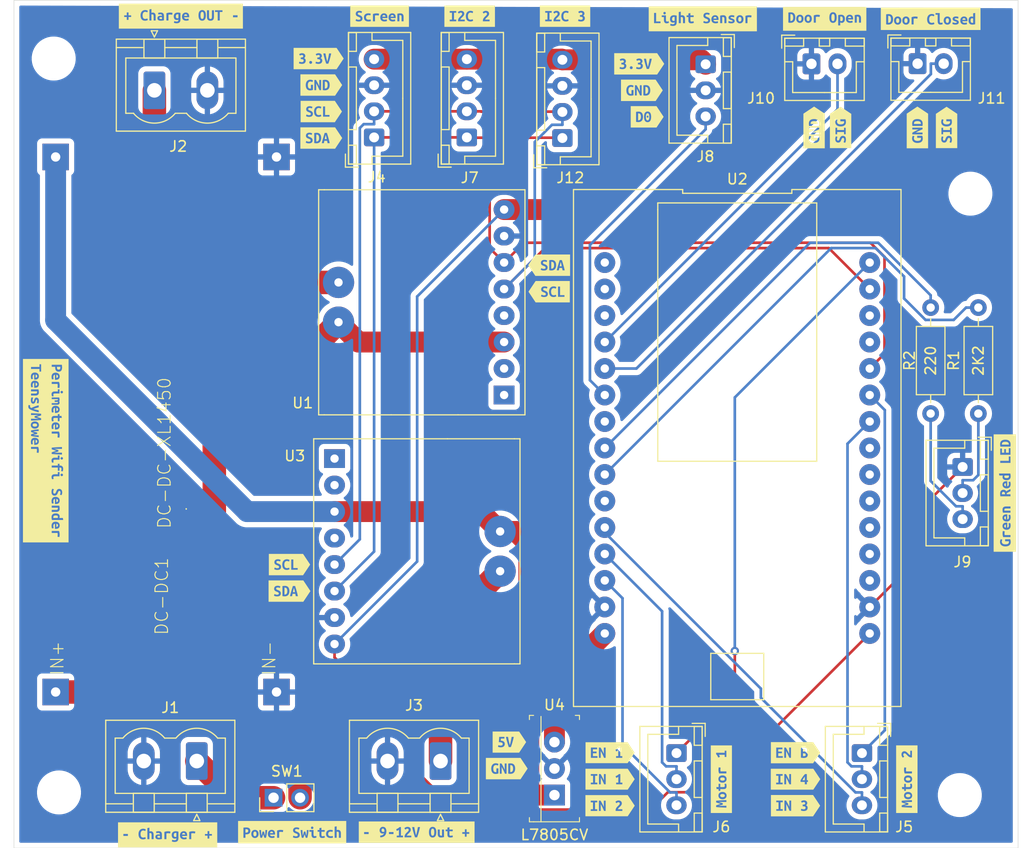
<source format=kicad_pcb>
(kicad_pcb (version 20211014) (generator pcbnew)
  (layers (0 "F.Cu" signal) (31 "B.Cu" signal) (34 "B.Paste" user) (35 "F.Paste" user) (36 "B.SilkS" user "B.Silkscreen") (37 "F.SilkS" user "F.Silkscreen") (38 "B.Mask" user) (39 "F.Mask" user) (44 "Edge.Cuts" user))
  (net 0 "")
  (net 4 "SDA")
  (net 5 "SCL")
  (net 6 "GND")
  (net 7 "+3V3")
  (net 8 "Enable_B")
  (net 9 "Input_4")
  (net 10 "Input_3")
  (net 11 "Enable_A")
  (net 12 "Input_1")
  (net 13 "Input_2")
  (net 14 "D0")
  (net 15 "Door_Closed")
  (net 16 "Door_Open")
  (net 17 "Net-(J1-Pad1)")
  (net 18 "Net-(DC-DC1-PadI+)")
  (net 19 "Net-(DC-DC1-PadO+)")
  (net 22 "Net-(J2-Pad1)")
  (net 25 "RED")
  (net 26 "Green")
  (net 27 "Net-(J3-Pad1)")
  (net 28 "Net-(J9-Pad2)")
  (net 29 "Net-(J9-Pad3)")
  (net 42 "Net-(U2-Pad15)")
  (footprint "Current_sense:INA226" (layer "F.Cu") (at 73.66 41.148 90)
    (fp_text reference "U1" (at -9.652 -11.684) (layer "F.SilkS"))
    (fp_text value "INA226-Sense_I2C")
    (pad "1" thru_hole rect locked (at -8.89 7.62 90) (size 1.8 2) (drill 0.8) (layers *.Cu *.Mask))
    (pad "2" thru_hole oval locked (at -6.35 7.62 90) (size 1.8 2) (drill 0.8) (layers *.Cu *.Mask))
    (pad "3" thru_hole oval locked (at -3.81 7.62 90) (size 1.8 2) (drill 0.8) (layers *.Cu *.Mask) (net 18 "Net-(DC-DC1-PadI+)"))
    (pad "4" thru_hole oval locked (at -1.27 7.62 90) (size 1.8 2) (drill 0.8) (layers *.Cu *.Mask))
    (pad "5" thru_hole oval locked (at 1.27 7.62 90) (size 1.8 2) (drill 0.8) (layers *.Cu *.Mask) (net 5 "SCL"))
    (pad "6" thru_hole oval locked (at 3.81 7.62 90) (size 1.8 2) (drill 0.8) (layers *.Cu *.Mask) (net 4 "SDA"))
    (pad "7" thru_hole oval locked (at 6.35 7.62 90) (size 1.8 2) (drill 0.8) (layers *.Cu *.Mask) (net 6 "GND"))
    (pad "8" thru_hole oval locked (at 8.89 7.62 90) (size 1.8 2) (drill 0.8) (layers *.Cu *.Mask) (net 7 "+3V3"))
    (pad "9" thru_hole oval locked (at -1.905 -8.255 90) (size 3 3) (drill 0.8) (layers *.Cu *.Mask) (net 18 "Net-(DC-DC1-PadI+)"))
    (pad "10" thru_hole oval locked (at 1.905 -8.255 90) (size 3 3) (drill 0.8) (layers *.Cu *.Mask) (net 22 "Net-(J2-Pad1)"))
  )
  (footprint "kibuzzard-6384E189" (layer "F.Cu") (at 91.44 89.408)
    (fp_text reference "kibuzzard-6384E189" hide)
    (fp_text value "G***" hide)
  )
  (footprint "kibuzzard-6384E173" (layer "F.Cu") (at 91.44 86.868)
    (fp_text reference "kibuzzard-6384E173" hide)
    (fp_text value "G***" hide)
  )
  (footprint "Connector_JST:JST_XH_B2B-XH-A_1x02_P2.50mm_Vertical" (layer "F.Cu") (at 110.744 18.288)
    (fp_text reference "J10" (at -4.826 3.302) (layer "F.SilkS"))
    (fp_text value "Door_Open" hide)
    (pad "1" thru_hole roundrect locked (at 0 0) (size 1.7 2) (drill 1) (layers *.Cu *.Mask) (roundrect_rratio 0.1470588235) (net 6 "GND"))
    (pad "2" thru_hole oval locked (at 2.5 0) (size 1.7 2) (drill 1) (layers *.Cu *.Mask) (net 16 "Door_Open"))
  )
  (footprint "kibuzzard-6384E79B" (layer "F.Cu") (at 94.488 20.828)
    (fp_text reference "kibuzzard-6384E79B" hide)
    (fp_text value "G***" hide)
  )
  (footprint "kibuzzard-6384E6B7" (layer "F.Cu") (at 87.122 13.716)
    (fp_text reference "kibuzzard-6384E6B7" hide)
    (fp_text value "G***" hide)
  )
  (footprint "kibuzzard-6384E924" (layer "F.Cu") (at 85.598 37.592)
    (fp_text reference "kibuzzard-6384E924" hide)
    (fp_text value "G***" hide)
  )
  (footprint "Connector_JST:JST_XH_B3B-XH-A_1x03_P2.50mm_Vertical" (layer "F.Cu") (at 125.239 56.936 -90)
    (fp_text reference "J9" (at 9.104 0.017) (layer "F.SilkS"))
    (fp_text value "Green_Red_Led" hide)
    (pad "1" thru_hole roundrect locked (at 0 0 270) (size 1.7 1.95) (drill 0.95) (layers *.Cu *.Mask) (roundrect_rratio 0.1470588235) (net 6 "GND"))
    (pad "2" thru_hole oval locked (at 2.5 0 270) (size 1.7 1.95) (drill 0.95) (layers *.Cu *.Mask) (net 28 "Net-(J9-Pad2)"))
    (pad "3" thru_hole oval locked (at 5 0 270) (size 1.7 1.95) (drill 0.95) (layers *.Cu *.Mask) (net 29 "Net-(J9-Pad3)"))
  )
  (footprint "kibuzzard-6384E652" (layer "F.Cu") (at 69.342 13.716)
    (fp_text reference "kibuzzard-6384E652" hide)
    (fp_text value "G***" hide)
  )
  (footprint "kibuzzard-6384E151" (layer "F.Cu") (at 91.44 84.328)
    (fp_text reference "kibuzzard-6384E151" hide)
    (fp_text value "G***" hide)
  )
  (footprint "Connector_PinHeader_2.54mm:PinHeader_1x02_P2.54mm_Vertical" (layer "F.Cu") (at 59.177 88.646 90)
    (fp_text reference "SW1" (at 2.54 1.275) (layer "F.SilkS"))
    (fp_text value "PowerSwitch" hide)
    (pad "1" thru_hole rect locked (at 0 0 90) (size 1.7 1.7) (drill 1) (layers *.Cu *.Mask) (net 17 "Net-(J1-Pad1)"))
    (pad "2" thru_hole oval locked (at 0 2.54 90) (size 1.7 1.7) (drill 1) (layers *.Cu *.Mask) (net 18 "Net-(DC-DC1-PadI+)"))
  )
  (footprint "kibuzzard-6384E22C" (layer "F.Cu") (at 119.888 86.868 90)
    (fp_text reference "kibuzzard-6384E22C" hide)
    (fp_text value "G***" hide)
  )
  (footprint "kibuzzard-63A206E8" (layer "F.Cu") (at 81.534 85.852)
    (fp_text reference "kibuzzard-63A206E8" hide)
    (fp_text value "G***" hide)
  )
  (footprint "kibuzzard-6384E93F" (layer "F.Cu") (at 85.598 40.132)
    (fp_text reference "kibuzzard-6384E93F" hide)
    (fp_text value "G***" hide)
  )
  (footprint "kibuzzard-6384DFD2" (layer "F.Cu") (at 72.898 91.948)
    (fp_text reference "kibuzzard-6384DFD2" hide)
    (fp_text value "G***" hide)
  )
  (footprint "kibuzzard-63A20733" (layer "F.Cu") (at 81.788 83.312)
    (fp_text reference "kibuzzard-63A20733" hide)
    (fp_text value "G***" hide)
  )
  (footprint "MountingHole:MountingHole_3.2mm_M3" (layer "F.Cu") (at 38.608 88.138)
    (fp_text reference "H2" hide)
    (fp_text value "MountingHole")
    (pad "" np_thru_hole circle locked (at 0 0) (size 3.2 3.2) (drill 3.2) (layers *.Cu *.Mask))
  )
  (footprint "Resistor_THT:R_Axial_DIN0207_L6.3mm_D2.5mm_P10.16mm_Horizontal" (layer "F.Cu") (at 126.746 51.816 90)
    (fp_text reference "R1" (at 5.08 -2.37 90) (layer "F.SilkS"))
    (fp_text value "2K2" (at 5.08 0 90) (layer "F.SilkS"))
    (pad "1" thru_hole circle locked (at 0 0 90) (size 1.6 1.6) (drill 0.8) (layers *.Cu *.Mask) (net 28 "Net-(J9-Pad2)"))
    (pad "2" thru_hole oval locked (at 10.16 0 90) (size 1.6 1.6) (drill 0.8) (layers *.Cu *.Mask) (net 25 "RED"))
  )
  (footprint "Zimprich:DCDC-XL1450" (layer "F.Cu") (at 50.8 60.96 90)
    (fp_text reference "DC-DC1" (at -4.572 -3.048 90) (layer "F.SilkS") (effects (font (size 1.2065 1.2065) (thickness 0.1016)) (justify right top)))
    (fp_text value "DC-DC-XL1450" (at 12.7 -2.794 90) (layer "F.SilkS") (effects (font (size 1.2065 1.2065) (thickness 0.1016)) (justify right top)))
    (fp_text user "IN+" (at -16.05 -11.65 90) (layer "F.SilkS") (effects (font (size 1.2065 1.2065) (thickness 0.1016)) (justify left bottom)))
    (fp_text user "IN-" (at -16.05 8.66 90) (layer "F.SilkS") (effects (font (size 1.2065 1.2065) (thickness 0.1016)) (justify left bottom)))
    (pad "I+" thru_hole rect locked (at -17.55 -12.515 90) (size 2.54 2.54) (drill 0.9) (layers *.Cu *.Mask) (net 18 "Net-(DC-DC1-PadI+)"))
    (pad "I-" thru_hole rect locked (at -17.55 8.66 90) (size 2.54 2.54) (drill 0.9) (layers *.Cu *.Mask) (net 6 "GND"))
    (pad "O+" thru_hole rect locked (at 33.745 -12.515 90) (size 2.54 2.54) (drill 0.9) (layers *.Cu *.Mask) (net 19 "Net-(DC-DC1-PadO+)"))
    (pad "O-" thru_hole rect locked (at 33.745 8.66 90) (size 2.54 2.54) (drill 0.9) (layers *.Cu *.Mask) (net 6 "GND"))
  )
  (footprint "kibuzzard-6384DEE7" (layer "F.Cu") (at 49.022 92.202)
    (fp_text reference "kibuzzard-6384DEE7" hide)
    (fp_text value "G***" hide)
  )
  (footprint "Connector_JST:JST_XH_B4B-XH-A_1x04_P2.50mm_Vertical" (layer "F.Cu") (at 86.868 25.4 90)
    (fp_text reference "J12" (at -3.81 0.762) (layer "F.SilkS"))
    (fp_text value "I2C_3")
    (pad "1" thru_hole roundrect locked (at 0 0 90) (size 1.7 1.95) (drill 0.95) (layers *.Cu *.Mask) (roundrect_rratio 0.1470588235) (net 4 "SDA"))
    (pad "2" thru_hole oval locked (at 2.5 0 90) (size 1.7 1.95) (drill 0.95) (layers *.Cu *.Mask) (net 5 "SCL"))
    (pad "3" thru_hole oval locked (at 5 0 90) (size 1.7 1.95) (drill 0.95) (layers *.Cu *.Mask) (net 6 "GND"))
    (pad "4" thru_hole oval locked (at 7.5 0 90) (size 1.7 1.95) (drill 0.95) (layers *.Cu *.Mask) (net 7 "+3V3"))
  )
  (footprint "Current_sense:INA226" (layer "F.Cu") (at 72.644 65.024 -90)
    (fp_text reference "U3" (at -9.144 11.43) (layer "F.SilkS"))
    (fp_text value "INA226-Sense_I2C")
    (pad "1" thru_hole rect locked (at -8.89 7.62 270) (size 1.8 2) (drill 0.8) (layers *.Cu *.Mask))
    (pad "2" thru_hole oval locked (at -6.35 7.62 270) (size 1.8 2) (drill 0.8) (layers *.Cu *.Mask))
    (pad "3" thru_hole oval locked (at -3.81 7.62 270) (size 1.8 2) (drill 0.8) (layers *.Cu *.Mask) (net 19 "Net-(DC-DC1-PadO+)"))
    (pad "4" thru_hole oval locked (at -1.27 7.62 270) (size 1.8 2) (drill 0.8) (layers *.Cu *.Mask))
    (pad "5" thru_hole oval locked (at 1.27 7.62 270) (size 1.8 2) (drill 0.8) (layers *.Cu *.Mask) (net 5 "SCL"))
    (pad "6" thru_hole oval locked (at 3.81 7.62 270) (size 1.8 2) (drill 0.8) (layers *.Cu *.Mask) (net 4 "SDA"))
    (pad "7" thru_hole oval locked (at 6.35 7.62 270) (size 1.8 2) (drill 0.8) (layers *.Cu *.Mask) (net 6 "GND"))
    (pad "8" thru_hole oval locked (at 8.89 7.62 270) (size 1.8 2) (drill 0.8) (layers *.Cu *.Mask) (net 7 "+3V3"))
    (pad "9" thru_hole oval locked (at -1.905 -8.255 270) (size 3 3) (drill 0.8) (layers *.Cu *.Mask) (net 19 "Net-(DC-DC1-PadO+)"))
    (pad "10" thru_hole oval locked (at 1.905 -8.255 270) (size 3 3) (drill 0.8) (layers *.Cu *.Mask) (net 27 "Net-(J3-Pad1)"))
  )
  (footprint "kibuzzard-6384E1E3" (layer "F.Cu") (at 109.22 89.408)
    (fp_text reference "kibuzzard-6384E1E3" hide)
    (fp_text value "G***" hide)
  )
  (footprint "teensy_library-master:ESP32-DEVKIT-V1" (layer "F.Cu") (at 103.632 55.118 -90)
    (fp_text reference "U2" (at -25.78 0) (layer "F.SilkS"))
    (fp_text value "ESP32-DEVKIT-V1")
    (pad "1" thru_hole circle locked (at -17.78 12.7 270) (size 2 2) (drill 0.8) (layers *.Cu *.Mask))
    (pad "2" thru_hole circle locked (at -15.24 12.7 270) (size 2 2) (drill 0.8) (layers *.Cu *.Mask))
    (pad "3" thru_hole circle locked (at -12.7 12.7 270) (size 2 2) (drill 0.8) (layers *.Cu *.Mask))
    (pad "4" thru_hole circle locked (at -10.16 12.7 270) (size 2 2) (drill 0.8) (layers *.Cu *.Mask) (net 16 "Door_Open"))
    (pad "5" thru_hole circle locked (at -7.62 12.7 270) (size 2 2) (drill 0.8) (layers *.Cu *.Mask) (net 15 "Door_Closed"))
    (pad "6" thru_hole circle locked (at -5.08 12.7 270) (size 2 2) (drill 0.8) (layers *.Cu *.Mask) (net 14 "D0"))
    (pad "7" thru_hole circle locked (at -2.54 12.7 270) (size 2 2) (drill 0.8) (layers *.Cu *.Mask))
    (pad "8" thru_hole circle locked (at 0 12.7 270) (size 2 2) (drill 0.8) (layers *.Cu *.Mask) (net 26 "Green"))
    (pad "9" thru_hole circle locked (at 2.54 12.7 270) (size 2 2) (drill 0.8) (layers *.Cu *.Mask) (net 25 "RED"))
    (pad "10" thru_hole circle locked (at 5.08 12.7 270) (size 2 2) (drill 0.8) (layers *.Cu *.Mask))
    (pad "11" thru_hole circle locked (at 7.62 12.7 270) (size 2 2) (drill 0.8) (layers *.Cu *.Mask) (net 10 "Input_3"))
    (pad "12" thru_hole circle locked (at 10.16 12.7 270) (size 2 2) (drill 0.8) (layers *.Cu *.Mask) (net 12 "Input_1"))
    (pad "13" thru_hole circle locked (at 12.7 12.7 270) (size 2 2) (drill 0.8) (layers *.Cu *.Mask) (net 13 "Input_2"))
    (pad "14" thru_hole circle locked (at 15.24 12.7 270) (size 2 2) (drill 0.8) (layers *.Cu *.Mask) (net 6 "GND"))
    (pad "15" thru_hole circle locked (at 17.78 12.7 270) (size 2 2) (drill 0.8) (layers *.Cu *.Mask) (net 42 "Net-(U2-Pad15)"))
    (pad "16" thru_hole circle locked (at 17.78 -12.7 270) (size 2 2) (drill 0.8) (layers *.Cu *.Mask) (net 7 "+3V3"))
    (pad "17" thru_hole circle locked (at 15.24 -12.7 270) (size 2 2) (drill 0.8) (layers *.Cu *.Mask) (net 6 "GND"))
    (pad "18" thru_hole circle locked (at 12.7 -12.7 270) (size 2 2) (drill 0.8) (layers *.Cu *.Mask))
    (pad "19" thru_hole circle locked (at 10.16 -12.7 270) (size 2 2) (drill 0.8) (layers *.Cu *.Mask))
    (pad "20" thru_hole circle locked (at 7.62 -12.7 270) (size 2 2) (drill 0.8) (layers *.Cu *.Mask))
    (pad "21" thru_hole circle locked (at 5.08 -12.7 270) (size 2 2) (drill 0.8) (layers *.Cu *.Mask))
    (pad "22" thru_hole circle locked (at 2.54 -12.7 270) (size 2 2) (drill 0.8) (layers *.Cu *.Mask))
    (pad "23" thru_hole circle locked (at 0 -12.7 270) (size 2 2) (drill 0.8) (layers *.Cu *.Mask))
    (pad "24" thru_hole circle locked (at -2.54 -12.7 270) (size 2 2) (drill 0.8) (layers *.Cu *.Mask) (net 9 "Input_4"))
    (pad "25" thru_hole circle locked (at -5.08 -12.7 270) (size 2 2) (drill 0.8) (layers *.Cu *.Mask) (net 8 "Enable_B"))
    (pad "26" thru_hole circle locked (at -7.62 -12.7 270) (size 2 2) (drill 0.8) (layers *.Cu *.Mask) (net 4 "SDA"))
    (pad "27" thru_hole circle locked (at -10.16 -12.7 270) (size 2 2) (drill 0.8) (layers *.Cu *.Mask))
    (pad "28" thru_hole circle locked (at -12.7 -12.7 270) (size 2 2) (drill 0.8) (layers *.Cu *.Mask))
    (pad "29" thru_hole circle locked (at -15.24 -12.7 270) (size 2 2) (drill 0.8) (layers *.Cu *.Mask) (net 5 "SCL"))
    (pad "30" thru_hole circle locked (at -17.78 -12.7 270) (size 2 2) (drill 0.8) (layers *.Cu *.Mask) (net 11 "Enable_A"))
  )
  (footprint "kibuzzard-6384E6E7" (layer "F.Cu") (at 63.754 20.32)
    (fp_text reference "kibuzzard-6384E6E7" hide)
    (fp_text value "G***" hide)
  )
  (footprint "kibuzzard-6384E7D3" (layer "F.Cu") (at 112.014 13.97)
    (fp_text reference "kibuzzard-6384E7D3" hide)
    (fp_text value "G***" hide)
  )
  (footprint "kibuzzard-6384E802" (layer "F.Cu") (at 113.538 24.384 90)
    (fp_text reference "kibuzzard-6384E802" hide)
    (fp_text value "G***" hide)
  )
  (footprint "kibuzzard-6384E8E9" (layer "F.Cu") (at 129.286 59.436 90)
    (fp_text reference "kibuzzard-6384E8E9" hide)
    (fp_text value "G***" hide)
  )
  (footprint "kibuzzard-6384E78E" (layer "F.Cu") (at 94.234 18.288)
    (fp_text reference "kibuzzard-6384E78E" hide)
    (fp_text value "G***" hide)
  )
  (footprint "Connector_JST:JST_XH_B3B-XH-A_1x03_P2.50mm_Vertical" (layer "F.Cu") (at 115.587 84.368 -90)
    (fp_text reference "J5" (at 7.072 -4.047) (layer "F.SilkS"))
    (fp_text value "Motor_2" hide)
    (pad "1" thru_hole roundrect locked (at 0 0 270) (size 1.7 1.95) (drill 0.95) (layers *.Cu *.Mask) (roundrect_rratio 0.1470588235) (net 8 "Enable_B"))
    (pad "2" thru_hole oval locked (at 2.5 0 270) (size 1.7 1.95) (drill 0.95) (layers *.Cu *.Mask) (net 9 "Input_4"))
    (pad "3" thru_hole oval locked (at 5 0 270) (size 1.7 1.95) (drill 0.95) (layers *.Cu *.Mask) (net 10 "Input_3"))
  )
  (footprint "Connector_JST:JST_XH_B3B-XH-A_1x03_P2.50mm_Vertical" (layer "F.Cu") (at 97.807 84.368 -90)
    (fp_text reference "J6" (at 7.072 -4.301) (layer "F.SilkS"))
    (fp_text value "Motor_1" hide)
    (pad "1" thru_hole roundrect locked (at 0 0 270) (size 1.7 1.95) (drill 0.95) (layers *.Cu *.Mask) (roundrect_rratio 0.1470588235) (net 11 "Enable_A"))
    (pad "2" thru_hole oval locked (at 2.5 0 270) (size 1.7 1.95) (drill 0.95) (layers *.Cu *.Mask) (net 12 "Input_1"))
    (pad "3" thru_hole oval locked (at 5 0 270) (size 1.7 1.95) (drill 0.95) (layers *.Cu *.Mask) (net 13 "Input_2"))
  )
  (footprint "kibuzzard-6384E6FA" (layer "F.Cu") (at 63.754 22.86)
    (fp_text reference "kibuzzard-6384E6FA" hide)
    (fp_text value "G***" hide)
  )
  (footprint "Connector_JST:JST_XH_B4B-XH-A_1x04_P2.50mm_Vertical" (layer "F.Cu") (at 77.707 25.34 90)
    (fp_text reference "J7" (at -3.87 0.271) (layer "F.SilkS"))
    (fp_text value "I2C_2" hide)
    (pad "1" thru_hole roundrect locked (at 0 0 90) (size 1.7 1.95) (drill 0.95) (layers *.Cu *.Mask) (roundrect_rratio 0.1470588235) (net 4 "SDA"))
    (pad "2" thru_hole oval locked (at 2.5 0 90) (size 1.7 1.95) (drill 0.95) (layers *.Cu *.Mask) (net 5 "SCL"))
    (pad "3" thru_hole oval locked (at 5 0 90) (size 1.7 1.95) (drill 0.95) (layers *.Cu *.Mask) (net 6 "GND"))
    (pad "4" thru_hole oval locked (at 7.5 0 90) (size 1.7 1.95) (drill 0.95) (layers *.Cu *.Mask) (net 7 "+3V3"))
  )
  (footprint "kibuzzard-6384E969" (layer "F.Cu") (at 60.706 68.834)
    (fp_text reference "kibuzzard-6384E969" hide)
    (fp_text value "G***" hide)
  )
  (footprint "Connector_JST:JST_XH_B4B-XH-A_1x04_P2.50mm_Vertical" (layer "F.Cu") (at 68.817 25.34 90)
    (fp_text reference "J4" (at -3.81 0.254) (layer "F.SilkS"))
    (fp_text value "Screen (I2C)" hide)
    (pad "1" thru_hole roundrect locked (at 0 0 90) (size 1.7 1.95) (drill 0.95) (layers *.Cu *.Mask) (roundrect_rratio 0.1470588235) (net 4 "SDA"))
    (pad "2" thru_hole oval locked (at 2.5 0 90) (size 1.7 1.95) (drill 0.95) (layers *.Cu *.Mask) (net 5 "SCL"))
    (pad "3" thru_hole oval locked (at 5 0 90) (size 1.7 1.95) (drill 0.95) (layers *.Cu *.Mask) (net 6 "GND"))
    (pad "4" thru_hole oval locked (at 7.5 0 90) (size 1.7 1.95) (drill 0.95) (layers *.Cu *.Mask) (net 7 "+3V3"))
  )
  (footprint "kibuzzard-6384E847" (layer "F.Cu") (at 122.174 13.97)
    (fp_text reference "kibuzzard-6384E847" hide)
    (fp_text value "G***" hide)
  )
  (footprint "Connector_Phoenix_MSTB:PhoenixContact_MSTBVA_2,5_2-G-5,08_1x02_P5.08mm_Vertical" (layer "F.Cu") (at 47.752 20.828)
    (fp_text reference "J2" (at 2.286 5.3735) (layer "F.SilkS"))
    (fp_text value "Charge Out" hide)
    (pad "1" thru_hole roundrect locked (at 0 0) (size 2.08 3.6) (drill 1.4) (layers *.Cu *.Mask) (roundrect_rratio 0.1201918269) (net 22 "Net-(J2-Pad1)"))
    (pad "2" thru_hole oval locked (at 5.08 0) (size 2.08 3.6) (drill 1.4) (layers *.Cu *.Mask) (net 6 "GND"))
  )
  (footprint "MountingHole:MountingHole_3.2mm_M3" (layer "F.Cu") (at 38.1 17.78)
    (fp_text reference "H4" hide)
    (fp_text value "MountingHole")
    (pad "" np_thru_hole circle locked (at 0 0) (size 3.2 3.2) (drill 3.2) (layers *.Cu *.Mask))
  )
  (footprint "kibuzzard-6384E95B" (layer "F.Cu") (at 60.706 66.294)
    (fp_text reference "kibuzzard-6384E95B" hide)
    (fp_text value "G***" hide)
  )
  (footprint "kibuzzard-6384E7EC" (layer "F.Cu") (at 110.998 24.384 90)
    (fp_text reference "kibuzzard-6384E7EC" hide)
    (fp_text value "G***" hide)
  )
  (footprint "MountingHole:MountingHole_3.2mm_M3" (layer "F.Cu") (at 124.968 88.392)
    (fp_text reference "H1" hide)
    (fp_text value "MountingHole")
    (pad "" np_thru_hole circle locked (at 0 0) (size 3.2 3.2) (drill 3.2) (layers *.Cu *.Mask))
  )
  (footprint "kibuzzard-6384E1F1" (layer "F.Cu") (at 109.22 86.868)
    (fp_text reference "kibuzzard-6384E1F1" hide)
    (fp_text value "G***" hide)
  )
  (footprint "Connector_Phoenix_MSTB:PhoenixContact_MSTBVA_2,5_2-G-5,08_1x02_P5.08mm_Vertical" (layer "F.Cu") (at 51.816 85.1295 180)
    (fp_text reference "J1" (at 2.54 5.1195) (layer "F.SilkS"))
    (fp_text value "Charger" hide)
    (pad "1" thru_hole roundrect locked (at 0 0 180) (size 2.08 3.6) (drill 1.4) (layers *.Cu *.Mask) (roundrect_rratio 0.1201918269) (net 17 "Net-(J1-Pad1)"))
    (pad "2" thru_hole oval locked (at 5.08 0 180) (size 2.08 3.6) (drill 1.4) (layers *.Cu *.Mask) (net 6 "GND"))
  )
  (footprint "Connector_Phoenix_MSTB:PhoenixContact_MSTBVA_2,5_2-G-5,08_1x02_P5.08mm_Vertical" (layer "F.Cu") (at 75.184 85.1295 180)
    (fp_text reference "J3" (at 2.54 5.334 180) (layer "F.SilkS"))
    (fp_text value "9-12V Out" hide)
    (pad "1" thru_hole roundrect locked (at 0 0 180) (size 2.08 3.6) (drill 1.4) (layers *.Cu *.Mask) (roundrect_rratio 0.1201918269) (net 27 "Net-(J3-Pad1)"))
    (pad "2" thru_hole oval locked (at 5.08 0 180) (size 2.08 3.6) (drill 1.4) (layers *.Cu *.Mask) (net 6 "GND"))
  )
  (footprint "kibuzzard-6384E6DA" (layer "F.Cu") (at 63.5 17.78)
    (fp_text reference "kibuzzard-6384E6DA" hide)
    (fp_text value "G***" hide)
  )
  (footprint "Resistor_THT:R_Axial_DIN0207_L6.3mm_D2.5mm_P10.16mm_Horizontal" (layer "F.Cu") (at 122.174 51.816 90)
    (fp_text reference "R2" (at 5.08 -2.032 90) (layer "F.SilkS"))
    (fp_text value "220" (at 5.08 0 90) (layer "F.SilkS"))
    (pad "1" thru_hole circle locked (at 0 0 90) (size 1.6 1.6) (drill 0.8) (layers *.Cu *.Mask) (net 29 "Net-(J9-Pad3)"))
    (pad "2" thru_hole oval locked (at 10.16 0 90) (size 1.6 1.6) (drill 0.8) (layers *.Cu *.Mask) (net 26 "Green"))
  )
  (footprint "Connector_JST:JST_XH_B3B-XH-A_1x03_P2.50mm_Vertical" (layer "F.Cu") (at 100.601 18.328 -90)
    (fp_text reference "J8" (at 8.85 0.017 -180) (layer "F.SilkS"))
    (fp_text value "Light Sensor" hide)
    (pad "1" thru_hole roundrect locked (at 0 0 270) (size 1.7 1.95) (drill 0.95) (layers *.Cu *.Mask) (roundrect_rratio 0.1470588235) (net 7 "+3V3"))
    (pad "2" thru_hole oval locked (at 2.5 0 270) (size 1.7 1.95) (drill 0.95) (layers *.Cu *.Mask) (net 6 "GND"))
    (pad "3" thru_hole oval locked (at 5 0 270) (size 1.7 1.95) (drill 0.95) (layers *.Cu *.Mask) (net 14 "D0"))
  )
  (footprint "kibuzzard-6384E779" (layer "F.Cu") (at 100.33 13.97)
    (fp_text reference "kibuzzard-6384E779" hide)
    (fp_text value "G***" hide)
  )
  (footprint "kibuzzard-6384E6A4" (layer "F.Cu") (at 77.978 13.716)
    (fp_text reference "kibuzzard-6384E6A4" hide)
    (fp_text value "G***" hide)
  )
  (footprint "digikey-footprints:TO-220-3" (layer "F.Cu") (at 86.106 88.392 90)
    (fp_text reference "U4" (at 8.636 0) (layer "F.SilkS"))
    (fp_text value "L7805CV" (at -3.81 0) (layer "F.SilkS"))
    (pad "1" thru_hole rect locked (at 0 0 90) (size 2 2) (drill 1) (layers *.Cu *.Mask) (net 19 "Net-(DC-DC1-PadO+)"))
    (pad "2" thru_hole circle locked (at 2.54 0 90) (size 2 2) (drill 1) (layers *.Cu *.Mask) (net 6 "GND"))
    (pad "3" thru_hole circle locked (at 5.08 0 90) (size 2 2) (drill 1) (layers *.Cu *.Mask) (net 42 "Net-(U2-Pad15)"))
  )
  (footprint "kibuzzard-6384E214" (layer "F.Cu") (at 109.22 84.328)
    (fp_text reference "kibuzzard-6384E214" hide)
    (fp_text value "G***" hide)
  )
  (footprint "kibuzzard-6384E880" (layer "F.Cu") (at 123.698 24.384 90)
    (fp_text reference "kibuzzard-6384E880" hide)
    (fp_text value "G***" hide)
  )
  (footprint "kibuzzard-6384E007" (layer "F.Cu") (at 102.108 86.868 90)
    (fp_text reference "kibuzzard-6384E007" hide)
    (fp_text value "G***" hide)
  )
  (footprint "kibuzzard-6384DF75" (layer "F.Cu") (at 60.96 91.948)
    (fp_text reference "kibuzzard-6384DF75" hide)
    (fp_text value "G***" hide)
  )
  (footprint "kibuzzard-6384E7AB" (layer "F.Cu") (at 94.996 23.368)
    (fp_text reference "kibuzzard-6384E7AB" hide)
    (fp_text value "G***" hide)
  )
  (footprint "kibuzzard-6384E870" (layer "F.Cu") (at 120.904 24.384 90)
    (fp_text reference "kibuzzard-6384E870" hide)
    (fp_text value "G***" hide)
  )
  (footprint "kibuzzard-642943C6" (layer "F.Cu") (at 50.292 13.716)
    (fp_text reference "kibuzzard-642943C6" hide)
    (fp_text value "G***" hide)
  )
  (footprint "kibuzzard-63696024" (layer "F.Cu") (at 37.338 55.372 -90)
    (fp_text reference "kibuzzard-63696024" hide)
    (fp_text value "G***" hide)
  )
  (footprint "MountingHole:MountingHole_3.2mm_M3" (layer "F.Cu") (at 125.984 30.734)
    (fp_text reference "H3" hide)
    (fp_text value "MountingHole")
    (pad "" np_thru_hole circle locked (at 0 0) (size 3.2 3.2) (drill 3.2) (layers *.Cu *.Mask))
  )
  (footprint "Connector_JST:JST_XH_B2B-XH-A_1x02_P2.50mm_Vertical" (layer "F.Cu") (at 120.924 18.271)
    (fp_text reference "J11" (at 7.092 3.319) (layer "F.SilkS"))
    (fp_text value "Door_Closed" hide)
    (pad "1" thru_hole roundrect locked (at 0 0) (size 1.7 2) (drill 1) (layers *.Cu *.Mask) (roundrect_rratio 0.1470588235) (net 6 "GND"))
    (pad "2" thru_hole oval locked (at 2.5 0) (size 1.7 2) (drill 1) (layers *.Cu *.Mask) (net 15 "Door_Closed"))
  )
  (footprint "kibuzzard-6384E711" (layer "F.Cu") (at 63.754 25.4)
    (fp_text reference "kibuzzard-6384E711" hide)
    (fp_text value "G***" hide)
  )
  (gr_rect (start 34.29 12.192) (end 130.556 93.472) (layer "Edge.Cuts") (width 0.05) (fill none))
  (segment (start 81.28 37.338) (end 83.1798 35.4382) (width 0.254) (layer "F.Cu") (net 4))
  (segment (start 116.3941 35.4382) (end 117.7493 36.7934) (width 0.254) (layer "F.Cu") (net 4))
  (segment (start 79.8936 25.37) (end 79.8936 35.9516) (width 0.254) (layer "F.Cu") (net 4))
  (segment (start 117.7493 46.0807) (end 116.332 47.498) (width 0.254) (layer "F.Cu") (net 4))
  (segment (start 83.1798 35.4382) (end 116.3941 35.4382) (width 0.254) (layer "F.Cu") (net 4))
  (segment (start 68.817 25.34) (end 77.707 25.34) (width 0.254) (layer "F.Cu") (net 4))
  (segment (start 86.838 25.37) (end 79.8936 25.37) (width 0.254) (layer "F.Cu") (net 4))
  (segment (start 77.737 25.37) (end 77.707 25.34) (width 0.254) (layer "F.Cu") (net 4))
  (segment (start 117.7493 36.7934) (end 117.7493 46.0807) (width 0.254) (layer "F.Cu") (net 4))
  (segment (start 79.8936 35.9516) (end 81.28 37.338) (width 0.254) (layer "F.Cu") (net 4))
  (segment (start 79.8936 25.37) (end 77.737 25.37) (width 0.254) (layer "F.Cu") (net 4))
  (segment (start 68.817 65.041) (end 68.817 25.34) (width 0.254) (layer "B.Cu") (net 4))
  (segment (start 65.024 68.834) (end 68.817 65.041) (width 0.254) (layer "B.Cu") (net 4))
  (segment (start 116.332 39.878) (end 112.4064 35.9524) (width 0.254) (layer "F.Cu") (net 5))
  (segment (start 77.707 22.84) (end 79.0633 22.84) (width 0.254) (layer "F.Cu") (net 5))
  (segment (start 112.4064 35.9524) (end 85.2056 35.9524) (width 0.254) (layer "F.Cu") (net 5))
  (segment (start 68.817 22.84) (end 77.707 22.84) (width 0.254) (layer "F.Cu") (net 5))
  (segment (start 86.838 22.87) (end 79.0933 22.87) (width 0.254) (layer "F.Cu") (net 5))
  (segment (start 79.0933 22.87) (end 79.0633 22.84) (width 0.254) (layer "F.Cu") (net 5))
  (segment (start 85.2056 35.9524) (end 81.28 39.878) (width 0.254) (layer "F.Cu") (net 5))
  (segment (start 68.817 22.84) (end 68.817 24.0713) (width 0.254) (layer "B.Cu") (net 5))
  (segment (start 86.868 22.9) (end 86.868 24.1313) (width 0.254) (layer "B.Cu") (net 5))
  (segment (start 68.817 24.0713) (end 67.8166 24.0713) (width 0.254) (layer "B.Cu") (net 5))
  (segment (start 85.8676 24.1313) (end 84.2192 25.7797) (width 0.254) (layer "B.Cu") (net 5))
  (segment (start 67.447 63.871) (end 65.024 66.294) (width 0.254) (layer "B.Cu") (net 5))
  (segment (start 67.447 24.4409) (end 67.447 63.871) (width 0.254) (layer "B.Cu") (net 5))
  (segment (start 84.2192 36.9388) (end 81.28 39.878) (width 0.254) (layer "B.Cu") (net 5))
  (segment (start 86.868 24.1313) (end 85.8676 24.1313) (width 0.254) (layer "B.Cu") (net 5))
  (segment (start 84.2192 25.7797) (end 84.2192 36.9388) (width 0.254) (layer "B.Cu") (net 5))
  (segment (start 67.8166 24.0713) (end 67.447 24.4409) (width 0.254) (layer "B.Cu") (net 5))
  (segment (start 121.0424 65.6476) (end 116.332 70.358) (width 0.254) (layer "F.Cu") (net 6))
  (segment (start 125.239 56.936) (end 121.0424 61.1326) (width 0.254) (layer "F.Cu") (net 6))
  (segment (start 121.0424 61.1326) (end 121.0424 65.6476) (width 0.254) (layer "F.Cu") (net 6))
  (segment (start 87.3646 20.4) (end 86.868 20.4) (width 0.254) (layer "B.Cu") (net 6))
  (segment (start 68.817 17.84) (end 77.707 17.84) (width 2) (layer "F.Cu") (net 7))
  (segment (start 65.024 75.1953) (end 72.412 82.5833) (width 0.254) (layer "F.Cu") (net 7))
  (segment (start 86.868 17.9) (end 91.828 17.9) (width 2) (layer "F.Cu") (net 7))
  (segment (start 72.412 85.6217) (end 76.572 89.7817) (width 0.254) (layer "F.Cu") (net 7))
  (segment (start 91.828 28.314) (end 87.884 32.258) (width 2) (layer "F.Cu") (net 7))
  (segment (start 91.828 17.9) (end 100.173 17.9) (width 2) (layer "F.Cu") (net 7))
  (segment (start 96.9778 88.118) (end 101.112 88.118) (width 0.254) (layer "F.Cu") (net 7))
  (segment (start 65.024 73.914) (end 65.024 75.1953) (width 0.254) (layer "F.Cu") (net 7))
  (segment (start 76.572 89.7817) (end 95.3141 89.7817) (width 0.254) (layer "F.Cu") (net 7))
  (segment (start 91.828 17.9) (end 91.828 28.314) (width 2) (layer "F.Cu") (net 7))
  (segment (start 72.412 82.5833) (end 72.412 85.6217) (width 0.254) (layer "F.Cu") (net 7))
  (segment (start 101.112 88.118) (end 116.332 72.898) (width 0.254) (layer "F.Cu") (net 7))
  (segment (start 100.173 17.9) (end 100.601 18.328) (width 2) (layer "F.Cu") (net 7))
  (segment (start 87.884 32.258) (end 81.28 32.258) (width 2) (layer "F.Cu") (net 7))
  (segment (start 77.707 17.84) (end 86.808 17.84) (width 2) (layer "F.Cu") (net 7))
  (segment (start 86.808 17.84) (end 86.868 17.9) (width 2) (layer "F.Cu") (net 7))
  (segment (start 95.3141 89.7817) (end 96.9778 88.118) (width 0.254) (layer "F.Cu") (net 7))
  (segment (start 72.9432 40.5948) (end 72.9432 65.9948) (width 0.254) (layer "B.Cu") (net 7))
  (segment (start 81.28 32.258) (end 72.9432 40.5948) (width 0.254) (layer "B.Cu") (net 7))
  (segment (start 72.9432 65.9948) (end 65.024 73.914) (width 0.254) (layer "B.Cu") (net 7))
  (segment (start 117.778 82.177) (end 117.778 51.484) (width 0.254) (layer "B.Cu") (net 8))
  (segment (start 117.778 51.484) (end 116.332 50.038) (width 0.254) (layer "B.Cu") (net 8))
  (segment (start 115.587 84.368) (end 117.778 82.177) (width 0.254) (layer "B.Cu") (net 8))
  (segment (start 114.2024 54.7076) (end 116.332 52.578) (width 0.254) (layer "B.Cu") (net 9))
  (segment (start 115.587 85.6367) (end 114.5866 85.6367) (width 0.254) (layer "B.Cu") (net 9))
  (segment (start 114.2024 85.2525) (end 114.2024 54.7076) (width 0.254) (layer "B.Cu") (net 9))
  (segment (start 115.587 86.868) (end 115.587 85.6367) (width 0.254) (layer "B.Cu") (net 9))
  (segment (start 114.5866 85.6367) (end 114.2024 85.2525) (width 0.254) (layer "B.Cu") (net 9))
  (segment (start 90.932 63.2214) (end 105.8949 78.1843) (width 0.254) (layer "B.Cu") (net 10))
  (segment (start 114.9714 88.1367) (end 115.587 88.1367) (width 0.254) (layer "B.Cu") (net 10))
  (segment (start 105.8949 79.0602) (end 114.9714 88.1367) (width 0.254) (layer "B.Cu") (net 10))
  (segment (start 90.932 62.738) (end 90.932 63.2214) (width 0.254) (layer "B.Cu") (net 10))
  (segment (start 115.587 89.368) (end 115.587 88.1367) (width 0.254) (layer "B.Cu") (net 10))
  (segment (start 105.8949 78.1843) (end 105.8949 79.0602) (width 0.254) (layer "B.Cu") (net 10))
  (segment (start 103.397 78.778) (end 103.397 74.5817) (width 0.254) (layer "F.Cu") (net 11))
  (segment (start 97.807 84.368) (end 103.397 78.778) (width 0.254) (layer "F.Cu") (net 11))
  (via (at 103.397 74.5817) (size 0.8) (drill 0.4) (layers "F.Cu" "B.Cu") (net 11))
  (segment (start 103.397 50.273) (end 116.332 37.338) (width 0.254) (layer "B.Cu") (net 11))
  (segment (start 103.397 74.5817) (end 103.397 50.273) (width 0.254) (layer "B.Cu") (net 11))
  (segment (start 97.807 85.6367) (end 96.8066 85.6367) (width 0.254) (layer "B.Cu") (net 12))
  (segment (start 97.807 86.868) (end 97.807 85.6367) (width 0.254) (layer "B.Cu") (net 12))
  (segment (start 96.4269 70.7729) (end 90.932 65.278) (width 0.254) (layer "B.Cu") (net 12))
  (segment (start 96.4269 85.257) (end 96.4269 70.7729) (width 0.254) (layer "B.Cu") (net 12))
  (segment (start 96.8066 85.6367) (end 96.4269 85.257) (width 0.254) (layer "B.Cu") (net 12))
  (segment (start 92.6315 69.5175) (end 90.932 67.818) (width 0.254) (layer "B.Cu") (net 13))
  (segment (start 97.1914 88.1367) (end 92.6315 83.5768) (width 0.254) (layer "B.Cu") (net 13))
  (segment (start 97.807 89.368) (end 97.807 88.1367) (width 0.254) (layer "B.Cu") (net 13))
  (segment (start 92.6315 83.5768) (end 92.6315 69.5175) (width 0.254) (layer "B.Cu") (net 13))
  (segment (start 97.807 88.1367) (end 97.1914 88.1367) (width 0.254) (layer "B.Cu") (net 13))
  (segment (start 100.601 24.5593) (end 89.5088 35.6515) (width 0.254) (layer "B.Cu") (net 14))
  (segment (start 89.5088 48.6148) (end 90.932 50.038) (width 0.254) (layer "B.Cu") (net 14))
  (segment (start 100.601 23.328) (end 100.601 24.5593) (width 0.254) (layer "B.Cu") (net 14))
  (segment (start 89.5088 35.6515) (end 89.5088 48.6148) (width 0.254) (layer "B.Cu") (net 14))
  (segment (start 123.424 18.271) (end 122.1927 18.271) (width 0.254) (layer "B.Cu") (net 15))
  (segment (start 122.1927 18.271) (end 122.1927 19.2714) (width 0.254) (layer "B.Cu") (net 15))
  (segment (start 93.9661 47.498) (end 90.932 47.498) (width 0.254) (layer "B.Cu") (net 15))
  (segment (start 122.1927 19.2714) (end 93.9661 47.498) (width 0.254) (layer "B.Cu") (net 15))
  (segment (start 113.244 22.646) (end 113.244 18.288) (width 0.254) (layer "B.Cu") (net 16))
  (segment (start 90.932 44.958) (end 113.244 22.646) (width 0.254) (layer "B.Cu") (net 16))
  (segment (start 55.3325 88.646) (end 51.816 85.1295) (width 2.25) (layer "F.Cu") (net 17))
  (segment (start 59.177 88.646) (end 55.3325 88.646) (width 2.25) (layer "F.Cu") (net 17))
  (segment (start 53.498 54.96) (end 53.498 78.51) (width 2.25) (layer "F.Cu") (net 18))
  (segment (start 67.31 44.958) (end 65.405 43.053) (width 2) (layer "F.Cu") (net 18))
  (segment (start 53.498 78.51) (end 38.285 78.51) (width 2.25) (layer "F.Cu") (net 18))
  (segment (start 61.717 86.729) (end 53.498 78.51) (width 2.25) (layer "F.Cu") (net 18))
  (segment (start 61.717 88.646) (end 61.717 86.729) (width 2.25) (layer "F.Cu") (net 18))
  (segment (start 64.9288 43.5292) (end 53.498 54.96) (width 2.25) (layer "F.Cu") (net 18))
  (segment (start 81.28 44.958) (end 67.31 44.958) (width 2) (layer "F.Cu") (net 18))
  (segment (start 65.405 43.053) (end 64.9288 43.5292) (width 2.25) (layer "F.Cu") (net 18))
  (segment (start 83.6525 64.3485) (end 82.423 63.119) (width 2) (layer "F.Cu") (net 19))
  (segment (start 80.899 63.119) (end 78.994 61.214) (width 2) (layer "F.Cu") (net 19))
  (segment (start 82.423 63.119) (end 80.899 63.119) (width 2) (layer "F.Cu") (net 19))
  (segment (start 86.106 88.392) (end 84.199 88.392) (width 2) (layer "F.Cu") (net 19))
  (segment (start 78.994 61.214) (end 65.024 61.214) (width 2) (layer "F.Cu") (net 19))
  (segment (start 84.199 88.392) (end 83.6525 87.8455) (width 2) (layer "F.Cu") (net 19))
  (segment (start 83.6525 87.8455) (end 83.6525 64.3485) (width 2) (layer "F.Cu") (net 19))
  (segment (start 38.285 42.857) (end 38.285 27.215) (width 2) (layer "B.Cu") (net 19))
  (segment (start 65.024 61.214) (end 56.642 61.214) (width 2) (layer "B.Cu") (net 19))
  (segment (start 56.642 61.214) (end 38.285 42.857) (width 2) (layer "B.Cu") (net 19))
  (segment (start 65.405 39.243) (end 50.673 39.243) (width 2.25) (layer "F.Cu") (net 22))
  (segment (start 50.673 39.243) (end 47.752 36.322) (width 2.25) (layer "F.Cu") (net 22))
  (segment (start 47.752 36.322) (end 47.752 20.828) (width 2.25) (layer "F.Cu") (net 22))
  (segment (start 112.6399 35.9501) (end 116.8977 35.9501) (width 0.254) (layer "B.Cu") (net 25))
  (segment (start 90.932 57.658) (end 112.6399 35.9501) (width 0.254) (layer "B.Cu") (net 25))
  (segment (start 116.8977 35.9501) (end 119.6246 38.677) (width 0.254) (layer "B.Cu") (net 25))
  (segment (start 121.6807 42.8376) (end 124.3831 42.8376) (width 0.254) (layer "B.Cu") (net 25))
  (segment (start 126.746 41.656) (end 125.5647 41.656) (width 0.254) (layer "B.Cu") (net 25))
  (segment (start 119.6246 38.677) (end 119.6246 40.7815) (width 0.254) (layer "B.Cu") (net 25))
  (segment (start 119.6246 40.7815) (end 121.6807 42.8376) (width 0.254) (layer "B.Cu") (net 25))
  (segment (start 124.3831 42.8376) (end 125.5647 41.656) (width 0.254) (layer "B.Cu") (net 25))
  (segment (start 117.141 35.4417) (end 110.6083 35.4417) (width 0.254) (layer "B.Cu") (net 26))
  (segment (start 122.174 40.4747) (end 117.141 35.4417) (width 0.254) (layer "B.Cu") (net 26))
  (segment (start 122.174 41.656) (end 122.174 40.4747) (width 0.254) (layer "B.Cu") (net 26))
  (segment (start 110.6083 35.4417) (end 90.932 55.118) (width 0.254) (layer "B.Cu") (net 26))
  (segment (start 75.184 72.644) (end 80.899 66.929) (width 2.25) (layer "F.Cu") (net 27))
  (segment (start 75.184 85.1295) (end 75.184 72.644) (width 2.25) (layer "F.Cu") (net 27))
  (segment (start 126.746 57.7055) (end 126.2468 58.2047) (width 0.254) (layer "B.Cu") (net 28))
  (segment (start 126.746 51.816) (end 126.746 57.7055) (width 0.254) (layer "B.Cu") (net 28))
  (segment (start 126.2468 58.2047) (end 125.239 58.2047) (width 0.254) (layer "B.Cu") (net 28))
  (segment (start 125.239 59.436) (end 125.239 58.2047) (width 0.254) (layer "B.Cu") (net 28))
  (segment (start 124.6038 60.7047) (end 125.239 60.7047) (width 0.254) (layer "B.Cu") (net 29))
  (segment (start 122.174 58.2749) (end 124.6038 60.7047) (width 0.254) (layer "B.Cu") (net 29))
  (segment (start 125.239 61.936) (end 125.239 60.7047) (width 0.254) (layer "B.Cu") (net 29))
  (segment (start 122.174 51.816) (end 122.174 58.2749) (width 0.254) (layer "B.Cu") (net 29))
  (segment (start 86.106 77.724) (end 90.932 72.898) (width 2) (layer "F.Cu") (net 42))
  (segment (start 86.106 83.312) (end 86.106 77.724) (width 2) (layer "F.Cu") (net 42))
  (zone (net 6) (net_name "GND") (layer "B.Cu") (connect_pads (clearance 0.508)) (min_thickness 0.254) (fill yes (thermal_gap 0.508) (thermal_bridge_width 0.508))
    (polygon (pts (xy 130.302 12.954) (xy 130.302 92.964) (xy 34.544 92.964) (xy 34.544 12.7)))
  )
)
</source>
